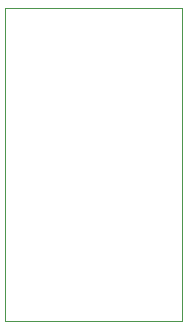
<source format=gbr>
%TF.GenerationSoftware,KiCad,Pcbnew,8.0.4*%
%TF.CreationDate,2024-09-13T17:57:47-07:00*%
%TF.ProjectId,rf-frontend-test,72662d66-726f-46e7-9465-6e642d746573,rev?*%
%TF.SameCoordinates,Original*%
%TF.FileFunction,Profile,NP*%
%FSLAX46Y46*%
G04 Gerber Fmt 4.6, Leading zero omitted, Abs format (unit mm)*
G04 Created by KiCad (PCBNEW 8.0.4) date 2024-09-13 17:57:47*
%MOMM*%
%LPD*%
G01*
G04 APERTURE LIST*
%TA.AperFunction,Profile*%
%ADD10C,0.050000*%
%TD*%
G04 APERTURE END LIST*
D10*
X110400000Y-45800000D02*
X125400000Y-45800000D01*
X125400000Y-72300000D01*
X110400000Y-72300000D01*
X110400000Y-45800000D01*
M02*

</source>
